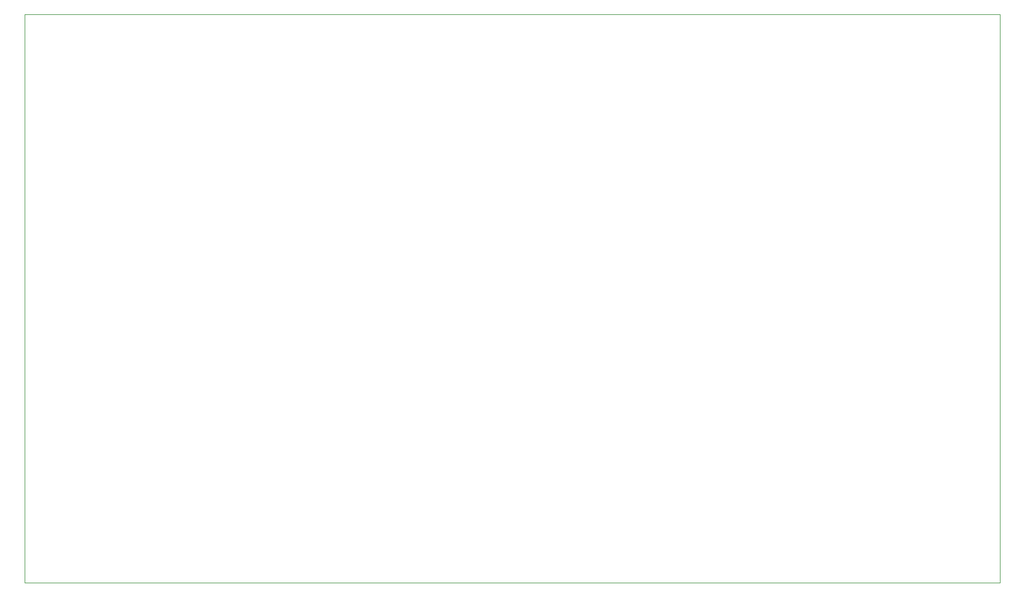
<source format=gm1>
%TF.GenerationSoftware,KiCad,Pcbnew,9.0.4*%
%TF.CreationDate,2025-10-20T13:27:51-05:00*%
%TF.ProjectId,Lab 7 Custom PCB Buck Converter,4c616220-3720-4437-9573-746f6d205043,rev?*%
%TF.SameCoordinates,Original*%
%TF.FileFunction,Profile,NP*%
%FSLAX46Y46*%
G04 Gerber Fmt 4.6, Leading zero omitted, Abs format (unit mm)*
G04 Created by KiCad (PCBNEW 9.0.4) date 2025-10-20 13:27:51*
%MOMM*%
%LPD*%
G01*
G04 APERTURE LIST*
%TA.AperFunction,Profile*%
%ADD10C,0.050000*%
%TD*%
G04 APERTURE END LIST*
D10*
X78500000Y-61000000D02*
X222500000Y-61000000D01*
X222500000Y-145000000D01*
X78500000Y-145000000D01*
X78500000Y-61000000D01*
M02*

</source>
